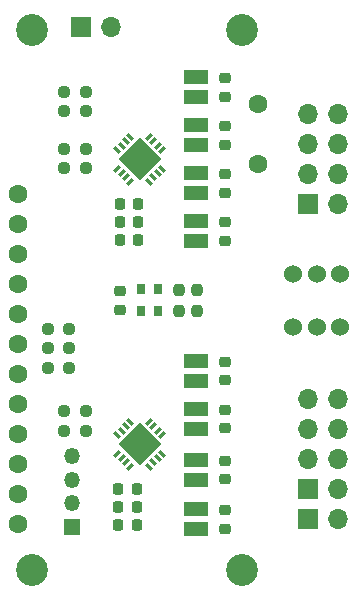
<source format=gbr>
%TF.GenerationSoftware,KiCad,Pcbnew,(6.0.2-0)*%
%TF.CreationDate,2022-06-23T22:24:52+02:00*%
%TF.ProjectId,CapSenseDuo,43617053-656e-4736-9544-756f2e6b6963,rev?*%
%TF.SameCoordinates,Original*%
%TF.FileFunction,Soldermask,Top*%
%TF.FilePolarity,Negative*%
%FSLAX46Y46*%
G04 Gerber Fmt 4.6, Leading zero omitted, Abs format (unit mm)*
G04 Created by KiCad (PCBNEW (6.0.2-0)) date 2022-06-23 22:24:52*
%MOMM*%
%LPD*%
G01*
G04 APERTURE LIST*
G04 Aperture macros list*
%AMRoundRect*
0 Rectangle with rounded corners*
0 $1 Rounding radius*
0 $2 $3 $4 $5 $6 $7 $8 $9 X,Y pos of 4 corners*
0 Add a 4 corners polygon primitive as box body*
4,1,4,$2,$3,$4,$5,$6,$7,$8,$9,$2,$3,0*
0 Add four circle primitives for the rounded corners*
1,1,$1+$1,$2,$3*
1,1,$1+$1,$4,$5*
1,1,$1+$1,$6,$7*
1,1,$1+$1,$8,$9*
0 Add four rect primitives between the rounded corners*
20,1,$1+$1,$2,$3,$4,$5,0*
20,1,$1+$1,$4,$5,$6,$7,0*
20,1,$1+$1,$6,$7,$8,$9,0*
20,1,$1+$1,$8,$9,$2,$3,0*%
%AMRotRect*
0 Rectangle, with rotation*
0 The origin of the aperture is its center*
0 $1 length*
0 $2 width*
0 $3 Rotation angle, in degrees counterclockwise*
0 Add horizontal line*
21,1,$1,$2,0,0,$3*%
G04 Aperture macros list end*
%ADD10R,0.800000X0.900000*%
%ADD11RoundRect,0.237500X-0.250000X-0.237500X0.250000X-0.237500X0.250000X0.237500X-0.250000X0.237500X0*%
%ADD12R,2.000000X1.250000*%
%ADD13RotRect,0.249999X0.599999X45.000000*%
%ADD14RotRect,0.249999X0.599999X315.000000*%
%ADD15RotRect,2.600000X2.600000X315.000000*%
%ADD16C,0.499999*%
%ADD17C,2.500000*%
%ADD18RoundRect,0.225000X-0.250000X0.225000X-0.250000X-0.225000X0.250000X-0.225000X0.250000X0.225000X0*%
%ADD19RoundRect,0.225000X-0.225000X-0.250000X0.225000X-0.250000X0.225000X0.250000X-0.225000X0.250000X0*%
%ADD20RoundRect,0.237500X0.250000X0.237500X-0.250000X0.237500X-0.250000X-0.237500X0.250000X-0.237500X0*%
%ADD21RoundRect,0.237500X-0.237500X0.250000X-0.237500X-0.250000X0.237500X-0.250000X0.237500X0.250000X0*%
%ADD22R,1.700000X1.700000*%
%ADD23O,1.700000X1.700000*%
%ADD24C,2.700000*%
%ADD25C,2.400000*%
%ADD26RoundRect,0.237500X0.237500X-0.250000X0.237500X0.250000X-0.237500X0.250000X-0.237500X-0.250000X0*%
%ADD27R,1.350000X1.350000*%
%ADD28O,1.350000X1.350000*%
%ADD29C,1.600000*%
%ADD30C,1.524000*%
G04 APERTURE END LIST*
D10*
%TO.C,Y1*%
X111882500Y-124678000D03*
X111882500Y-126528000D03*
X113332500Y-126528000D03*
X113332500Y-124678000D03*
%TD*%
D11*
%TO.C,R5*%
X105386500Y-135001000D03*
X107211500Y-135001000D03*
%TD*%
%TO.C,R4*%
X103989500Y-129667000D03*
X105814500Y-129667000D03*
%TD*%
%TO.C,R3*%
X103989500Y-131318000D03*
X105814500Y-131318000D03*
%TD*%
D12*
%TO.C,L1*%
X116500000Y-144995000D03*
X116500000Y-143295000D03*
%TD*%
%TO.C,L2*%
X116500000Y-140804000D03*
X116500000Y-139104000D03*
%TD*%
%TO.C,L3*%
X116500000Y-136473000D03*
X116500000Y-134773000D03*
%TD*%
%TO.C,L4*%
X116500000Y-132409000D03*
X116500000Y-130709000D03*
%TD*%
D13*
%TO.C,IC1*%
X110946829Y-135926333D03*
X110593276Y-136279886D03*
X110239721Y-136633441D03*
X109886169Y-136986992D03*
D14*
X109886169Y-138613340D03*
X110239721Y-138966891D03*
X110593276Y-139320446D03*
X110946829Y-139673999D03*
D13*
X112573175Y-139673998D03*
X112926727Y-139320446D03*
X113280282Y-138966891D03*
X113633834Y-138613339D03*
D14*
X113633834Y-136986993D03*
X113280282Y-136633441D03*
X112926727Y-136279886D03*
X112573175Y-135926334D03*
D15*
X111760002Y-137800164D03*
D16*
X111017538Y-138542628D03*
X112502462Y-137057704D03*
D17*
X111760002Y-137800164D03*
D16*
X111017540Y-137057702D03*
X112502464Y-138542626D03*
%TD*%
D18*
%TO.C,C8*%
X119000000Y-143370000D03*
X119000000Y-144920000D03*
%TD*%
%TO.C,C7*%
X119000000Y-139179000D03*
X119000000Y-140729000D03*
%TD*%
%TO.C,C6*%
X119000000Y-134861000D03*
X119000000Y-136411000D03*
%TD*%
%TO.C,C5*%
X119000000Y-130797000D03*
X119000000Y-132347000D03*
%TD*%
D19*
%TO.C,C4*%
X109969000Y-144653000D03*
X111519000Y-144653000D03*
%TD*%
%TO.C,C3*%
X109969000Y-143129000D03*
X111519000Y-143129000D03*
%TD*%
%TO.C,C2*%
X109969000Y-141605000D03*
X111519000Y-141605000D03*
%TD*%
D18*
%TO.C,C1*%
X110109000Y-124828000D03*
X110109000Y-126378000D03*
%TD*%
D20*
%TO.C,R6*%
X107211500Y-136652000D03*
X105386500Y-136652000D03*
%TD*%
D11*
%TO.C,R7*%
X105386500Y-112776000D03*
X107211500Y-112776000D03*
%TD*%
D20*
%TO.C,R8*%
X107211500Y-114427000D03*
X105386500Y-114427000D03*
%TD*%
D19*
%TO.C,C10*%
X110096000Y-118999000D03*
X111646000Y-118999000D03*
%TD*%
D11*
%TO.C,R9*%
X103989500Y-128016000D03*
X105814500Y-128016000D03*
%TD*%
D20*
%TO.C,R10*%
X107211500Y-107950000D03*
X105386500Y-107950000D03*
%TD*%
D19*
%TO.C,C11*%
X110096000Y-120523000D03*
X111646000Y-120523000D03*
%TD*%
D18*
%TO.C,C13*%
X119000000Y-110858000D03*
X119000000Y-112408000D03*
%TD*%
D21*
%TO.C,R2*%
X116586000Y-124690500D03*
X116586000Y-126515500D03*
%TD*%
D12*
%TO.C,L5*%
X116500000Y-120611000D03*
X116500000Y-118911000D03*
%TD*%
D18*
%TO.C,C15*%
X119000000Y-118986000D03*
X119000000Y-120536000D03*
%TD*%
D22*
%TO.C,BAT1*%
X106807000Y-102489000D03*
D23*
X109347000Y-102489000D03*
%TD*%
D12*
%TO.C,L8*%
X116500000Y-108419000D03*
X116500000Y-106719000D03*
%TD*%
D24*
%TO.C,H2*%
X120450000Y-102690000D03*
%TD*%
D19*
%TO.C,C9*%
X110096000Y-117475000D03*
X111646000Y-117475000D03*
%TD*%
D12*
%TO.C,L6*%
X116500000Y-116547000D03*
X116500000Y-114847000D03*
%TD*%
D24*
%TO.C,H4*%
X120450000Y-148410000D03*
%TD*%
D13*
%TO.C,IC2*%
X110946829Y-111791167D03*
X110593276Y-112144720D03*
X110239721Y-112498275D03*
X109886169Y-112851826D03*
D14*
X109886169Y-114478174D03*
X110239721Y-114831725D03*
X110593276Y-115185280D03*
X110946829Y-115538833D03*
D13*
X112573175Y-115538832D03*
X112926727Y-115185280D03*
X113280282Y-114831725D03*
X113633834Y-114478173D03*
D14*
X113633834Y-112851827D03*
X113280282Y-112498275D03*
X112926727Y-112144720D03*
X112573175Y-111791168D03*
D15*
X111760002Y-113664998D03*
D16*
X112502462Y-112922538D03*
D25*
X111760002Y-113664998D03*
D16*
X111017540Y-112922536D03*
X111017538Y-114407462D03*
X112502464Y-114407460D03*
%TD*%
D18*
%TO.C,C12*%
X119000000Y-106794000D03*
X119000000Y-108344000D03*
%TD*%
D26*
%TO.C,R1*%
X115062000Y-126515500D03*
X115062000Y-124690500D03*
%TD*%
D27*
%TO.C,test1*%
X106045000Y-144780000D03*
D28*
X106045000Y-142780000D03*
X106045000Y-140780000D03*
X106045000Y-138780000D03*
%TD*%
D20*
%TO.C,R11*%
X107211500Y-109601000D03*
X105386500Y-109601000D03*
%TD*%
D18*
%TO.C,C14*%
X119000000Y-114922000D03*
X119000000Y-116472000D03*
%TD*%
D12*
%TO.C,L7*%
X116500000Y-112483000D03*
X116500000Y-110783000D03*
%TD*%
D24*
%TO.C,H3*%
X102650000Y-148410000D03*
%TD*%
%TO.C,H1*%
X102650000Y-102743000D03*
%TD*%
D22*
%TO.C,J3*%
X126049000Y-144135000D03*
D23*
X128589000Y-144135000D03*
%TD*%
D22*
%TO.C,J2*%
X126049000Y-117465000D03*
D23*
X128589000Y-117465000D03*
X126049000Y-114925000D03*
X128589000Y-114925000D03*
X126049000Y-112385000D03*
X128589000Y-112385000D03*
X126049000Y-109845000D03*
X128589000Y-109845000D03*
%TD*%
D22*
%TO.C,J1*%
X126049000Y-141595000D03*
D23*
X128589000Y-141595000D03*
X126049000Y-139055000D03*
X128589000Y-139055000D03*
X126049000Y-136515000D03*
X128589000Y-136515000D03*
X126049000Y-133975000D03*
X128589000Y-133975000D03*
%TD*%
D29*
%TO.C,A1*%
X121779797Y-108960834D03*
X121779797Y-114040834D03*
X101459797Y-144520834D03*
X101459797Y-141980834D03*
X101459797Y-139440834D03*
X101459797Y-136900834D03*
X101459797Y-134360834D03*
X101459797Y-131820834D03*
X101459797Y-129280834D03*
X101459797Y-126740834D03*
X101459797Y-124200834D03*
X101459797Y-121660834D03*
X101459797Y-119120834D03*
X101459797Y-116580834D03*
%TD*%
D30*
%TO.C,SW1*%
X124746000Y-127853000D03*
X126746000Y-127853000D03*
X128746000Y-127853000D03*
X124746000Y-123353000D03*
X126746000Y-123353000D03*
X128746000Y-123353000D03*
%TD*%
M02*

</source>
